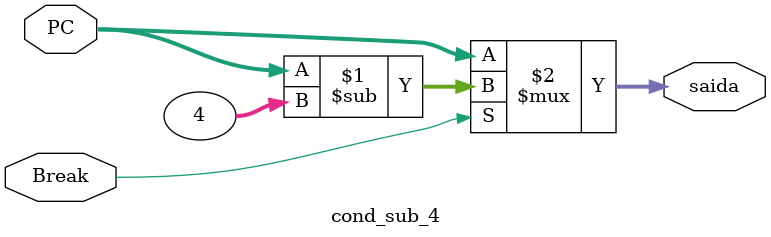
<source format=sv>
module cond_sub_4(
  input wire Break,
  input wire[31:0] PC,
  output wire[31:0] saida
);

  assign saida = (Break ? PC - 32'd4 : PC);
  
endmodule

</source>
